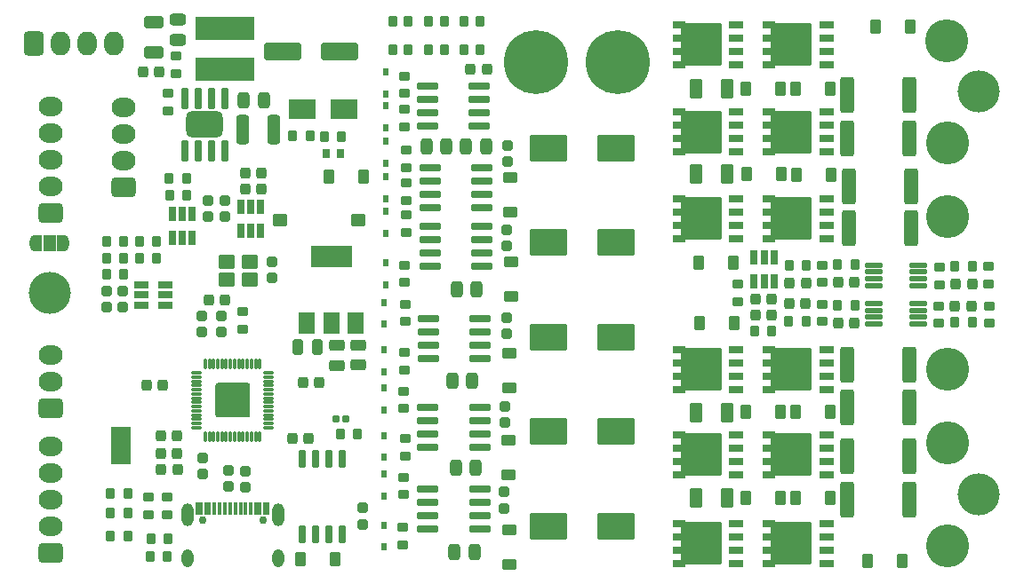
<source format=gts>
G04 #@! TF.GenerationSoftware,KiCad,Pcbnew,6.0.0-rc2*
G04 #@! TF.CreationDate,2022-07-03T09:35:42-07:00*
G04 #@! TF.ProjectId,RP2040_motor-rounded,52503230-3430-45f6-9d6f-746f722d726f,REV1*
G04 #@! TF.SameCoordinates,Original*
G04 #@! TF.FileFunction,Soldermask,Top*
G04 #@! TF.FilePolarity,Negative*
%FSLAX46Y46*%
G04 Gerber Fmt 4.6, Leading zero omitted, Abs format (unit mm)*
G04 Created by KiCad (PCBNEW 6.0.0-rc2) date 2022-07-03 09:35:42*
%MOMM*%
%LPD*%
G01*
G04 APERTURE LIST*
G04 Aperture macros list*
%AMRoundRect*
0 Rectangle with rounded corners*
0 $1 Rounding radius*
0 $2 $3 $4 $5 $6 $7 $8 $9 X,Y pos of 4 corners*
0 Add a 4 corners polygon primitive as box body*
4,1,4,$2,$3,$4,$5,$6,$7,$8,$9,$2,$3,0*
0 Add four circle primitives for the rounded corners*
1,1,$1+$1,$2,$3*
1,1,$1+$1,$4,$5*
1,1,$1+$1,$6,$7*
1,1,$1+$1,$8,$9*
0 Add four rect primitives between the rounded corners*
20,1,$1+$1,$2,$3,$4,$5,0*
20,1,$1+$1,$4,$5,$6,$7,0*
20,1,$1+$1,$6,$7,$8,$9,0*
20,1,$1+$1,$8,$9,$2,$3,0*%
%AMFreePoly0*
4,1,37,0.586062,0.786062,0.601000,0.750000,0.601000,-0.750000,0.586062,-0.786062,0.550000,-0.801000,0.000000,-0.801000,-0.012525,-0.795812,-0.080875,-0.794559,-0.095149,-0.792248,-0.230464,-0.749973,-0.243516,-0.743747,-0.361526,-0.665192,-0.372306,-0.655554,-0.463526,-0.547035,-0.471167,-0.534759,-0.528262,-0.405000,-0.532150,-0.391073,-0.549733,-0.256613,-0.548336,-0.256430,-0.551000,-0.250000,
-0.551000,0.250000,-0.550512,0.251179,-0.550356,0.263956,-0.528545,0.404033,-0.524317,0.417860,-0.464069,0.546185,-0.456130,0.558271,-0.362286,0.664529,-0.351274,0.673901,-0.231379,0.749549,-0.218180,0.755454,-0.081873,0.794411,-0.067546,0.796373,-0.011990,0.796033,0.000000,0.801000,0.550000,0.801000,0.586062,0.786062,0.586062,0.786062,$1*%
%AMFreePoly1*
4,1,37,0.012349,0.795885,0.074216,0.795507,0.088518,0.793370,0.224339,0.752751,0.237465,0.746685,0.356427,0.669578,0.367324,0.660073,0.459862,0.552676,0.467652,0.540494,0.526329,0.411442,0.530388,0.397563,0.550485,0.257230,0.551000,0.250000,0.551000,-0.250000,0.550996,-0.250622,0.550847,-0.262838,0.550144,-0.270677,0.526624,-0.410478,0.522228,-0.424254,0.460416,-0.551833,
0.452330,-0.563821,0.357195,-0.668925,0.346069,-0.678161,0.225259,-0.752338,0.211989,-0.758081,0.075216,-0.795370,0.060866,-0.797157,0.011464,-0.796251,0.000000,-0.801000,-0.550000,-0.801000,-0.586062,-0.786062,-0.601000,-0.750000,-0.601000,0.750000,-0.586062,0.786062,-0.550000,0.801000,0.000000,0.801000,0.012349,0.795885,0.012349,0.795885,$1*%
G04 Aperture macros list end*
%ADD10RoundRect,0.294750X0.243750X0.456250X-0.243750X0.456250X-0.243750X-0.456250X0.243750X-0.456250X0*%
%ADD11RoundRect,0.276000X0.225000X0.250000X-0.225000X0.250000X-0.225000X-0.250000X0.225000X-0.250000X0*%
%ADD12RoundRect,0.276000X-0.250000X0.225000X-0.250000X-0.225000X0.250000X-0.225000X0.250000X0.225000X0*%
%ADD13RoundRect,0.276000X-0.225000X-0.250000X0.225000X-0.250000X0.225000X0.250000X-0.225000X0.250000X0*%
%ADD14RoundRect,0.276000X0.250000X-0.225000X0.250000X0.225000X-0.250000X0.225000X-0.250000X-0.225000X0*%
%ADD15RoundRect,0.198500X0.147500X0.172500X-0.147500X0.172500X-0.147500X-0.172500X0.147500X-0.172500X0*%
%ADD16RoundRect,0.051000X0.750000X-1.000000X0.750000X1.000000X-0.750000X1.000000X-0.750000X-1.000000X0*%
%ADD17RoundRect,0.051000X1.900000X-1.000000X1.900000X1.000000X-1.900000X1.000000X-1.900000X-1.000000X0*%
%ADD18RoundRect,0.201000X-0.150000X0.650000X-0.150000X-0.650000X0.150000X-0.650000X0.150000X0.650000X0*%
%ADD19RoundRect,0.251000X-0.200000X-0.275000X0.200000X-0.275000X0.200000X0.275000X-0.200000X0.275000X0*%
%ADD20RoundRect,0.251000X0.275000X-0.200000X0.275000X0.200000X-0.275000X0.200000X-0.275000X-0.200000X0*%
%ADD21RoundRect,0.294750X-0.456250X0.243750X-0.456250X-0.243750X0.456250X-0.243750X0.456250X0.243750X0*%
%ADD22RoundRect,0.101000X0.387500X0.050000X-0.387500X0.050000X-0.387500X-0.050000X0.387500X-0.050000X0*%
%ADD23RoundRect,0.101000X0.050000X0.387500X-0.050000X0.387500X-0.050000X-0.387500X0.050000X-0.387500X0*%
%ADD24RoundRect,0.195000X1.456000X1.456000X-1.456000X1.456000X-1.456000X-1.456000X1.456000X-1.456000X0*%
%ADD25RoundRect,0.301000X-0.250000X-0.475000X0.250000X-0.475000X0.250000X0.475000X-0.250000X0.475000X0*%
%ADD26C,4.002000*%
%ADD27RoundRect,0.301000X0.845000X-0.620000X0.845000X0.620000X-0.845000X0.620000X-0.845000X-0.620000X0*%
%ADD28O,2.292000X1.842000*%
%ADD29RoundRect,0.201000X-0.150000X0.825000X-0.150000X-0.825000X0.150000X-0.825000X0.150000X0.825000X0*%
%ADD30RoundRect,0.676000X-1.075000X0.625000X-1.075000X-0.625000X1.075000X-0.625000X1.075000X0.625000X0*%
%ADD31RoundRect,0.051000X0.600000X-0.450000X0.600000X0.450000X-0.600000X0.450000X-0.600000X-0.450000X0*%
%ADD32RoundRect,0.301000X1.500000X1.000000X-1.500000X1.000000X-1.500000X-1.000000X1.500000X-1.000000X0*%
%ADD33RoundRect,0.251000X-0.275000X0.200000X-0.275000X-0.200000X0.275000X-0.200000X0.275000X0.200000X0*%
%ADD34RoundRect,0.301000X-1.500000X-0.550000X1.500000X-0.550000X1.500000X0.550000X-1.500000X0.550000X0*%
%ADD35RoundRect,0.051000X0.300000X0.350000X-0.300000X0.350000X-0.300000X-0.350000X0.300000X-0.350000X0*%
%ADD36RoundRect,0.051000X-0.600000X-0.500000X0.600000X-0.500000X0.600000X0.500000X-0.600000X0.500000X0*%
%ADD37RoundRect,0.301000X0.362500X1.425000X-0.362500X1.425000X-0.362500X-1.425000X0.362500X-1.425000X0*%
%ADD38RoundRect,0.251000X0.200000X0.275000X-0.200000X0.275000X-0.200000X-0.275000X0.200000X-0.275000X0*%
%ADD39RoundRect,0.301000X-0.325000X-0.650000X0.325000X-0.650000X0.325000X0.650000X-0.325000X0.650000X0*%
%ADD40RoundRect,0.051000X0.635000X0.305000X-0.635000X0.305000X-0.635000X-0.305000X0.635000X-0.305000X0*%
%ADD41RoundRect,0.051000X0.510000X0.305000X-0.510000X0.305000X-0.510000X-0.305000X0.510000X-0.305000X0*%
%ADD42RoundRect,0.051000X1.905000X1.955000X-1.905000X1.955000X-1.905000X-1.955000X1.905000X-1.955000X0*%
%ADD43RoundRect,0.051000X-0.450000X-0.600000X0.450000X-0.600000X0.450000X0.600000X-0.450000X0.600000X0*%
%ADD44RoundRect,0.051000X-1.250000X-0.900000X1.250000X-0.900000X1.250000X0.900000X-1.250000X0.900000X0*%
%ADD45C,4.102000*%
%ADD46RoundRect,0.201000X0.825000X0.150000X-0.825000X0.150000X-0.825000X-0.150000X0.825000X-0.150000X0*%
%ADD47RoundRect,0.201000X-0.150000X0.512500X-0.150000X-0.512500X0.150000X-0.512500X0.150000X0.512500X0*%
%ADD48C,6.102000*%
%ADD49RoundRect,0.301000X-0.475000X0.250000X-0.475000X-0.250000X0.475000X-0.250000X0.475000X0.250000X0*%
%ADD50RoundRect,0.301000X0.325000X1.100000X-0.325000X1.100000X-0.325000X-1.100000X0.325000X-1.100000X0*%
%ADD51RoundRect,0.051000X-0.225000X0.300000X-0.225000X-0.300000X0.225000X-0.300000X0.225000X0.300000X0*%
%ADD52RoundRect,0.051000X2.750000X-1.075000X2.750000X1.075000X-2.750000X1.075000X-2.750000X-1.075000X0*%
%ADD53RoundRect,0.301000X-0.620000X-0.845000X0.620000X-0.845000X0.620000X0.845000X-0.620000X0.845000X0*%
%ADD54O,1.842000X2.292000*%
%ADD55RoundRect,0.051000X0.450000X0.600000X-0.450000X0.600000X-0.450000X-0.600000X0.450000X-0.600000X0*%
%ADD56RoundRect,0.051000X0.375000X-0.450000X0.375000X0.450000X-0.375000X0.450000X-0.375000X-0.450000X0*%
%ADD57RoundRect,0.301000X0.250000X0.475000X-0.250000X0.475000X-0.250000X-0.475000X0.250000X-0.475000X0*%
%ADD58RoundRect,0.151000X0.712500X0.100000X-0.712500X0.100000X-0.712500X-0.100000X0.712500X-0.100000X0*%
%ADD59RoundRect,0.201000X0.150000X-0.512500X0.150000X0.512500X-0.150000X0.512500X-0.150000X-0.512500X0*%
%ADD60RoundRect,0.051000X-0.700000X-0.600000X0.700000X-0.600000X0.700000X0.600000X-0.700000X0.600000X0*%
%ADD61FreePoly0,0.000000*%
%ADD62RoundRect,0.051000X-0.500000X-0.750000X0.500000X-0.750000X0.500000X0.750000X-0.500000X0.750000X0*%
%ADD63FreePoly1,0.000000*%
%ADD64RoundRect,0.201000X-0.512500X-0.150000X0.512500X-0.150000X0.512500X0.150000X-0.512500X0.150000X0*%
%ADD65RoundRect,0.051000X0.890000X-1.715000X0.890000X1.715000X-0.890000X1.715000X-0.890000X-1.715000X0*%
%ADD66RoundRect,0.301000X0.625000X-0.312500X0.625000X0.312500X-0.625000X0.312500X-0.625000X-0.312500X0*%
%ADD67C,0.752000*%
%ADD68RoundRect,0.051000X-0.150000X-0.575000X0.150000X-0.575000X0.150000X0.575000X-0.150000X0.575000X0*%
%ADD69O,1.102000X2.202000*%
%ADD70O,1.102000X1.702000*%
G04 APERTURE END LIST*
D10*
X99452500Y-100200000D03*
X97577500Y-100200000D03*
D11*
X86140000Y-111890000D03*
X84590000Y-111890000D03*
D12*
X88590000Y-110760000D03*
X88590000Y-112310000D03*
D13*
X98100000Y-103550000D03*
X99650000Y-103550000D03*
D14*
X103770000Y-117070000D03*
X103770000Y-115520000D03*
D15*
X102220000Y-107010000D03*
X101250000Y-107010000D03*
D16*
X98490000Y-97850000D03*
D17*
X100790000Y-91550000D03*
D16*
X100790000Y-97850000D03*
X103090000Y-97850000D03*
D18*
X101830000Y-110860000D03*
X100560000Y-110860000D03*
X99290000Y-110860000D03*
X98020000Y-110860000D03*
X98020000Y-118060000D03*
X99290000Y-118060000D03*
X100560000Y-118060000D03*
X101830000Y-118060000D03*
D11*
X90680000Y-95650000D03*
X89130000Y-95650000D03*
D19*
X101660000Y-108510000D03*
X103310000Y-108510000D03*
D12*
X91040000Y-111910000D03*
X91040000Y-113460000D03*
D11*
X84730000Y-103800000D03*
X83180000Y-103800000D03*
D14*
X90359000Y-98740000D03*
X90359000Y-97190000D03*
D20*
X85190000Y-116160000D03*
X85190000Y-114510000D03*
D14*
X88440000Y-98740000D03*
X88440000Y-97190000D03*
D21*
X103400000Y-100010000D03*
X103400000Y-101885000D03*
D13*
X97100000Y-108900000D03*
X98650000Y-108900000D03*
D11*
X86080000Y-110300000D03*
X84530000Y-110300000D03*
D22*
X94827500Y-107850000D03*
X94827500Y-107450000D03*
X94827500Y-107050000D03*
X94827500Y-106650000D03*
X94827500Y-106250000D03*
X94827500Y-105850000D03*
X94827500Y-105450000D03*
X94827500Y-105050000D03*
X94827500Y-104650000D03*
X94827500Y-104250000D03*
X94827500Y-103850000D03*
X94827500Y-103450000D03*
X94827500Y-103050000D03*
X94827500Y-102650000D03*
D23*
X93990000Y-101812500D03*
X93590000Y-101812500D03*
X93190000Y-101812500D03*
X92790000Y-101812500D03*
X92390000Y-101812500D03*
X91990000Y-101812500D03*
X91590000Y-101812500D03*
X91190000Y-101812500D03*
X90790000Y-101812500D03*
X90390000Y-101812500D03*
X89990000Y-101812500D03*
X89590000Y-101812500D03*
X89190000Y-101812500D03*
X88790000Y-101812500D03*
D22*
X87952500Y-102650000D03*
X87952500Y-103050000D03*
X87952500Y-103450000D03*
X87952500Y-103850000D03*
X87952500Y-104250000D03*
X87952500Y-104650000D03*
X87952500Y-105050000D03*
X87952500Y-105450000D03*
X87952500Y-105850000D03*
X87952500Y-106250000D03*
X87952500Y-106650000D03*
X87952500Y-107050000D03*
X87952500Y-107450000D03*
X87952500Y-107850000D03*
D23*
X88790000Y-108687500D03*
X89190000Y-108687500D03*
X89590000Y-108687500D03*
X89990000Y-108687500D03*
X90390000Y-108687500D03*
X90790000Y-108687500D03*
X91190000Y-108687500D03*
X91590000Y-108687500D03*
X91990000Y-108687500D03*
X92390000Y-108687500D03*
X92790000Y-108687500D03*
X93190000Y-108687500D03*
X93590000Y-108687500D03*
X93990000Y-108687500D03*
D24*
X91390000Y-105250000D03*
D14*
X95150000Y-93600000D03*
X95150000Y-92050000D03*
D20*
X83390000Y-116160000D03*
X83390000Y-114510000D03*
D12*
X92640000Y-112010000D03*
X92640000Y-113560000D03*
D11*
X86080000Y-108650000D03*
X84530000Y-108650000D03*
D20*
X92340000Y-98460000D03*
X92340000Y-96810000D03*
D21*
X101350000Y-100037500D03*
X101350000Y-101912500D03*
D13*
X114065900Y-73680000D03*
X115615900Y-73680000D03*
D25*
X112340900Y-103380000D03*
X114240900Y-103380000D03*
D12*
X90640000Y-86165000D03*
X90640000Y-87715000D03*
D26*
X73950000Y-95000000D03*
D27*
X81050000Y-84960000D03*
D28*
X81050000Y-82420000D03*
X81050000Y-79880000D03*
X81050000Y-77340000D03*
D29*
X90655000Y-76475000D03*
X89385000Y-76475000D03*
X88115000Y-76475000D03*
X86845000Y-76475000D03*
X86845000Y-81425000D03*
X88115000Y-81425000D03*
X89385000Y-81425000D03*
X90655000Y-81425000D03*
D30*
X88750000Y-78950000D03*
D31*
X117750000Y-104050000D03*
X117750000Y-100750000D03*
D32*
X127960000Y-117250000D03*
X121460000Y-117250000D03*
D33*
X107700000Y-112600000D03*
X107700000Y-114250000D03*
D34*
X96165000Y-72020000D03*
X101565000Y-72020000D03*
D35*
X100300000Y-81700000D03*
X101700000Y-81700000D03*
D33*
X139550000Y-94175000D03*
X139550000Y-95825000D03*
D36*
X95950000Y-88050000D03*
X103350000Y-88050000D03*
D37*
X155822500Y-114740000D03*
X149897500Y-114740000D03*
D11*
X150625000Y-97900000D03*
X149075000Y-97900000D03*
X142725000Y-97100000D03*
X141175000Y-97100000D03*
D38*
X150665000Y-92310000D03*
X149015000Y-92310000D03*
D39*
X135525000Y-75500000D03*
X138475000Y-75500000D03*
D40*
X147970000Y-119535000D03*
X147970000Y-120805000D03*
X147970000Y-118265000D03*
X147970000Y-116995000D03*
D41*
X142505000Y-118265000D03*
X142505000Y-119535000D03*
D42*
X144610000Y-118900000D03*
D41*
X142505000Y-120805000D03*
X142505000Y-116995000D03*
D33*
X163420000Y-92495000D03*
X163420000Y-94145000D03*
D12*
X80950000Y-94825000D03*
X80950000Y-96375000D03*
D37*
X156022500Y-84860000D03*
X150097500Y-84860000D03*
D38*
X81025000Y-90100000D03*
X79375000Y-90100000D03*
D20*
X163469100Y-97890000D03*
X163469100Y-96240000D03*
D12*
X117570000Y-80925900D03*
X117570000Y-82475900D03*
D43*
X152610000Y-69570000D03*
X155910000Y-69570000D03*
D38*
X81025000Y-91690000D03*
X79375000Y-91690000D03*
D19*
X83605000Y-118460000D03*
X85255000Y-118460000D03*
D40*
X147970000Y-71964500D03*
X147970000Y-73234500D03*
X147970000Y-70694500D03*
X147970000Y-69424500D03*
D41*
X142505000Y-70694500D03*
X142505000Y-73234500D03*
X142505000Y-69424500D03*
X142505000Y-71964500D03*
D42*
X144610000Y-71329500D03*
D33*
X107869000Y-96090000D03*
X107869000Y-97740000D03*
X107779000Y-77510000D03*
X107779000Y-79160000D03*
D43*
X140281000Y-106375000D03*
X143581000Y-106375000D03*
D38*
X85195000Y-120170000D03*
X83545000Y-120170000D03*
D44*
X97995000Y-77500000D03*
X101995000Y-77500000D03*
D25*
X112730900Y-94700000D03*
X114630900Y-94700000D03*
D45*
X159400000Y-71000000D03*
D46*
X114934100Y-109755000D03*
X114934100Y-108485000D03*
X114934100Y-107215000D03*
X114934100Y-105945000D03*
X109984100Y-105945000D03*
X109984100Y-107215000D03*
X109984100Y-108485000D03*
X109984100Y-109755000D03*
D47*
X87534000Y-87514200D03*
X86584000Y-87514200D03*
X85634000Y-87514200D03*
X85634000Y-89789200D03*
X86584000Y-89789200D03*
X87534000Y-89789200D03*
D48*
X120283060Y-73000000D03*
D32*
X127960000Y-81220000D03*
X121460000Y-81220000D03*
D49*
X86210000Y-68945000D03*
X86210000Y-70845000D03*
D33*
X107779000Y-100690000D03*
X107779000Y-102340000D03*
D50*
X95325000Y-79400000D03*
X92375000Y-79400000D03*
D19*
X82525000Y-91700000D03*
X84175000Y-91700000D03*
D13*
X160206600Y-96245000D03*
X161756600Y-96245000D03*
D51*
X106010000Y-87245000D03*
X106010000Y-89345000D03*
D20*
X158681900Y-97910000D03*
X158681900Y-96260000D03*
D31*
X117750000Y-120950000D03*
X117750000Y-117650000D03*
D13*
X160285000Y-94170000D03*
X161835000Y-94170000D03*
D11*
X150625000Y-93950000D03*
X149075000Y-93950000D03*
D40*
X147970000Y-81575000D03*
X147970000Y-79035000D03*
X147970000Y-80305000D03*
X147970000Y-77765000D03*
D42*
X144610000Y-79670000D03*
D41*
X142505000Y-80305000D03*
X142505000Y-81575000D03*
X142505000Y-77765000D03*
X142505000Y-79035000D03*
D45*
X159500000Y-102250000D03*
D52*
X90705000Y-73645000D03*
X90705000Y-69795000D03*
D53*
X72490000Y-71200000D03*
D54*
X75030000Y-71200000D03*
X77570000Y-71200000D03*
X80110000Y-71200000D03*
D37*
X155822500Y-101880000D03*
X149897500Y-101880000D03*
D20*
X85230000Y-77620000D03*
X85230000Y-75970000D03*
D37*
X155822500Y-76140000D03*
X149897500Y-76140000D03*
D51*
X106010000Y-73920000D03*
X106010000Y-76020000D03*
D20*
X147540000Y-94025000D03*
X147540000Y-92375000D03*
D55*
X103870000Y-83900000D03*
X100570000Y-83900000D03*
D40*
X139380000Y-79035000D03*
X139380000Y-80305000D03*
X139380000Y-81575000D03*
X139380000Y-77765000D03*
D41*
X133915000Y-80305000D03*
X133915000Y-79035000D03*
D42*
X136020000Y-79670000D03*
D41*
X133915000Y-81575000D03*
X133915000Y-77765000D03*
D40*
X139380000Y-87265000D03*
X139380000Y-89805000D03*
X139380000Y-88535000D03*
X139380000Y-85995000D03*
D42*
X136020000Y-87900000D03*
D41*
X133915000Y-88535000D03*
X133915000Y-89805000D03*
X133915000Y-85995000D03*
X133915000Y-87265000D03*
D46*
X114884100Y-79125000D03*
X114884100Y-77855000D03*
X114884100Y-76585000D03*
X114884100Y-75315000D03*
X109934100Y-75315000D03*
X109934100Y-76585000D03*
X109934100Y-77855000D03*
X109934100Y-79125000D03*
D33*
X107769000Y-74310000D03*
X107769000Y-75960000D03*
D14*
X89100000Y-87735000D03*
X89100000Y-86185000D03*
D56*
X113450000Y-71800000D03*
X114950000Y-71800000D03*
X114950000Y-69100000D03*
X113450000Y-69100000D03*
D33*
X107919000Y-81415000D03*
X107919000Y-83065000D03*
D40*
X147970000Y-87265000D03*
X147970000Y-88535000D03*
X147970000Y-89805000D03*
X147970000Y-85995000D03*
D41*
X142505000Y-87265000D03*
X142505000Y-89805000D03*
X142505000Y-88535000D03*
X142505000Y-85995000D03*
D42*
X144610000Y-87900000D03*
D57*
X111759100Y-81000000D03*
X109859100Y-81000000D03*
D13*
X92575000Y-85100000D03*
X94125000Y-85100000D03*
D46*
X115144100Y-92495000D03*
X115144100Y-91225000D03*
X115144100Y-89955000D03*
X115144100Y-88685000D03*
X110194100Y-88685000D03*
X110194100Y-89955000D03*
X110194100Y-91225000D03*
X110194100Y-92495000D03*
D37*
X155822500Y-105920000D03*
X149897500Y-105920000D03*
D46*
X114944100Y-117525000D03*
X114944100Y-116255000D03*
X114944100Y-114985000D03*
X114944100Y-113715000D03*
X109994100Y-113715000D03*
X109994100Y-114985000D03*
X109994100Y-116255000D03*
X109994100Y-117525000D03*
D19*
X100137000Y-80074900D03*
X101787000Y-80074900D03*
D27*
X74100000Y-87400000D03*
D28*
X74100000Y-84860000D03*
X74100000Y-82320000D03*
X74100000Y-79780000D03*
X74100000Y-77240000D03*
D39*
X135575000Y-83700000D03*
X138525000Y-83700000D03*
D46*
X115134100Y-86875000D03*
X115134100Y-85605000D03*
X115134100Y-84335000D03*
X115134100Y-83065000D03*
X110184100Y-83065000D03*
X110184100Y-84335000D03*
X110184100Y-85605000D03*
X110184100Y-86875000D03*
D33*
X107821000Y-108905000D03*
X107821000Y-110555000D03*
D51*
X106010000Y-83920000D03*
X106010000Y-86020000D03*
D19*
X97133900Y-80060000D03*
X98783900Y-80060000D03*
D37*
X155822500Y-110620000D03*
X149897500Y-110620000D03*
D40*
X147970000Y-111085000D03*
X147970000Y-109815000D03*
X147970000Y-112355000D03*
X147970000Y-108545000D03*
D41*
X142505000Y-109815000D03*
X142505000Y-108545000D03*
X142505000Y-112355000D03*
D42*
X144610000Y-110450000D03*
D41*
X142505000Y-111085000D03*
D32*
X127960000Y-108200000D03*
X121460000Y-108200000D03*
D43*
X145021000Y-114585000D03*
X148321000Y-114585000D03*
D27*
X74100000Y-106000000D03*
D28*
X74100000Y-103460000D03*
X74100000Y-100920000D03*
D43*
X145010000Y-106375000D03*
X148310000Y-106375000D03*
D39*
X135525000Y-114600000D03*
X138475000Y-114600000D03*
D33*
X107719000Y-104395000D03*
X107719000Y-106045000D03*
D25*
X112640900Y-111680000D03*
X114540900Y-111680000D03*
D33*
X107900000Y-87570000D03*
X107900000Y-89220000D03*
D55*
X101150000Y-120400000D03*
X97850000Y-120400000D03*
D40*
X139380000Y-73225000D03*
X139380000Y-70685000D03*
X139380000Y-71955000D03*
X139380000Y-69415000D03*
D41*
X133915000Y-71955000D03*
D42*
X136020000Y-71320000D03*
D41*
X133915000Y-73225000D03*
X133915000Y-70685000D03*
X133915000Y-69415000D03*
D51*
X106010000Y-92120000D03*
X106010000Y-94220000D03*
D58*
X156712500Y-97975000D03*
X156712500Y-97325000D03*
X156712500Y-96675000D03*
X156712500Y-96025000D03*
X152487500Y-96025000D03*
X152487500Y-96675000D03*
X152487500Y-97325000D03*
X152487500Y-97975000D03*
D51*
X106010000Y-80570000D03*
X106010000Y-82670000D03*
X105810000Y-95900000D03*
X105810000Y-98000000D03*
D43*
X140381000Y-83695000D03*
X143681000Y-83695000D03*
D19*
X144356900Y-97738000D03*
X146006900Y-97738000D03*
D11*
X146015000Y-94060000D03*
X144465000Y-94060000D03*
D19*
X85385000Y-85700000D03*
X87035000Y-85700000D03*
D46*
X114984100Y-101305000D03*
X114984100Y-100035000D03*
X114984100Y-98765000D03*
X114984100Y-97495000D03*
X110034100Y-97495000D03*
X110034100Y-98765000D03*
X110034100Y-100035000D03*
X110034100Y-101305000D03*
D59*
X141076000Y-93875800D03*
X142026000Y-93875800D03*
X142976000Y-93875800D03*
X142976000Y-91600800D03*
X142026000Y-91600800D03*
X141076000Y-91600800D03*
D40*
X139380000Y-111085000D03*
X139380000Y-112355000D03*
X139380000Y-109815000D03*
X139380000Y-108545000D03*
D41*
X133915000Y-111085000D03*
X133915000Y-108545000D03*
D42*
X136020000Y-110450000D03*
D41*
X133915000Y-109815000D03*
X133915000Y-112355000D03*
D60*
X90850000Y-93750000D03*
X93050000Y-93750000D03*
X93050000Y-92050000D03*
X90850000Y-92050000D03*
D61*
X72660000Y-90250000D03*
D62*
X73960000Y-90250000D03*
D63*
X75260000Y-90250000D03*
D38*
X150675000Y-96230900D03*
X149025000Y-96230900D03*
D33*
X107600000Y-117400000D03*
X107600000Y-119050000D03*
D32*
X127960000Y-99200000D03*
X121460000Y-99200000D03*
D64*
X82684200Y-94266000D03*
X82684200Y-95216000D03*
X82684200Y-96166000D03*
X84959200Y-96166000D03*
X84959200Y-95216000D03*
X84959200Y-94266000D03*
D51*
X106010000Y-77170000D03*
X106010000Y-79270000D03*
D65*
X80800000Y-109600000D03*
D38*
X81415000Y-118200000D03*
X79765000Y-118200000D03*
D58*
X156712500Y-94315000D03*
X156712500Y-93665000D03*
X156712500Y-93015000D03*
X156712500Y-92365000D03*
X152487500Y-92365000D03*
X152487500Y-93015000D03*
X152487500Y-93665000D03*
X152487500Y-94315000D03*
D26*
X162450000Y-75800000D03*
D27*
X74100000Y-119850000D03*
D28*
X74100000Y-117310000D03*
X74100000Y-114770000D03*
X74100000Y-112230000D03*
X74100000Y-109690000D03*
D56*
X110050000Y-71800000D03*
X111550000Y-71800000D03*
X111550000Y-69100000D03*
X110050000Y-69100000D03*
D33*
X107800000Y-92370000D03*
X107800000Y-94020000D03*
D11*
X145943400Y-96025000D03*
X144393400Y-96025000D03*
D31*
X117850000Y-87320000D03*
X117850000Y-84020000D03*
D40*
X139380000Y-118265000D03*
X139380000Y-120805000D03*
X139380000Y-119535000D03*
X139380000Y-116995000D03*
D41*
X133915000Y-116995000D03*
X133915000Y-119535000D03*
X133915000Y-120805000D03*
X133915000Y-118265000D03*
D42*
X136020000Y-118900000D03*
D43*
X135810000Y-92155000D03*
X139110000Y-92155000D03*
X140281000Y-114585000D03*
X143581000Y-114585000D03*
D12*
X117270000Y-114005900D03*
X117270000Y-115555900D03*
D45*
X159500000Y-87750000D03*
D20*
X158740000Y-94205000D03*
X158740000Y-92555000D03*
D12*
X117470000Y-88975900D03*
X117470000Y-90525900D03*
D38*
X161843100Y-97842000D03*
X160193100Y-97842000D03*
D43*
X140310000Y-75495000D03*
X143610000Y-75495000D03*
X145021000Y-75495000D03*
X148321000Y-75495000D03*
X135860000Y-97850000D03*
X139160000Y-97850000D03*
D11*
X94125000Y-83540000D03*
X92575000Y-83540000D03*
D51*
X105810000Y-112275000D03*
X105810000Y-114375000D03*
D43*
X151921000Y-120535000D03*
X155221000Y-120535000D03*
D40*
X147970000Y-104214500D03*
X147970000Y-101674500D03*
X147970000Y-102944500D03*
X147970000Y-100404500D03*
D41*
X142505000Y-104214500D03*
X142505000Y-101674500D03*
D42*
X144610000Y-102309500D03*
D41*
X142505000Y-100404500D03*
X142505000Y-102944500D03*
D40*
X139380000Y-102935000D03*
X139380000Y-104205000D03*
X139380000Y-101665000D03*
X139380000Y-100395000D03*
D41*
X133915000Y-104205000D03*
D42*
X136020000Y-102300000D03*
D41*
X133915000Y-100395000D03*
X133915000Y-102935000D03*
X133915000Y-101665000D03*
D14*
X79410000Y-96375000D03*
X79410000Y-94825000D03*
D38*
X81025000Y-93250000D03*
X79375000Y-93250000D03*
D20*
X147540000Y-97740000D03*
X147540000Y-96090000D03*
D56*
X106650000Y-71800000D03*
X108150000Y-71800000D03*
X108150000Y-69100000D03*
X106650000Y-69100000D03*
D37*
X155822500Y-80240000D03*
X149897500Y-80240000D03*
D47*
X94074000Y-86834200D03*
X93124000Y-86834200D03*
X92174000Y-86834200D03*
X92174000Y-89109200D03*
X93124000Y-89109200D03*
X94074000Y-89109200D03*
D19*
X85365000Y-84100000D03*
X87015000Y-84100000D03*
D37*
X156022500Y-88800000D03*
X150097500Y-88800000D03*
D45*
X159500000Y-119100000D03*
D51*
X105810000Y-104050000D03*
X105810000Y-106150000D03*
X105810000Y-100450000D03*
X105810000Y-102550000D03*
D45*
X159500000Y-80700000D03*
D33*
X107921000Y-84525000D03*
X107921000Y-86175000D03*
D26*
X162450000Y-114200000D03*
D25*
X112530900Y-119730000D03*
X114430900Y-119730000D03*
D31*
X117650000Y-112400000D03*
X117650000Y-109100000D03*
D38*
X81425000Y-114100000D03*
X79775000Y-114100000D03*
D12*
X117370000Y-105805900D03*
X117370000Y-107355900D03*
D45*
X159500000Y-109300000D03*
D38*
X81425000Y-115990000D03*
X79775000Y-115990000D03*
D32*
X127960000Y-90170000D03*
X121460000Y-90170000D03*
D51*
X105810000Y-117150000D03*
X105810000Y-119250000D03*
D13*
X141185000Y-95560000D03*
X142735000Y-95560000D03*
D38*
X161865000Y-92500000D03*
X160215000Y-92500000D03*
D66*
X83880000Y-72067500D03*
X83880000Y-69142500D03*
D51*
X105810000Y-108600000D03*
X105810000Y-110700000D03*
D39*
X135525000Y-106400000D03*
X138475000Y-106400000D03*
D25*
X113640900Y-81050000D03*
X115540900Y-81050000D03*
D31*
X117950000Y-95370000D03*
X117950000Y-92070000D03*
D57*
X94355000Y-76620000D03*
X92455000Y-76620000D03*
D43*
X145121000Y-83705000D03*
X148421000Y-83705000D03*
D20*
X86030000Y-74060000D03*
X86030000Y-72410000D03*
D12*
X117520000Y-97345900D03*
X117520000Y-98895900D03*
D38*
X84175000Y-90100000D03*
X82525000Y-90100000D03*
D13*
X82885000Y-73890000D03*
X84435000Y-73890000D03*
D67*
X94290000Y-116645000D03*
X88510000Y-116645000D03*
D68*
X88050000Y-115580000D03*
X88850000Y-115580000D03*
X90150000Y-115580000D03*
X91150000Y-115580000D03*
X91650000Y-115580000D03*
X92650000Y-115580000D03*
X93950000Y-115580000D03*
X94750000Y-115580000D03*
X94450000Y-115580000D03*
X93650000Y-115580000D03*
X93150000Y-115580000D03*
X92150000Y-115580000D03*
X90650000Y-115580000D03*
X89650000Y-115580000D03*
X89150000Y-115580000D03*
X88350000Y-115580000D03*
D69*
X95720000Y-116145000D03*
X87080000Y-116145000D03*
D70*
X87080000Y-120325000D03*
X95720000Y-120325000D03*
D19*
X144425000Y-92400000D03*
X146075000Y-92400000D03*
D48*
X128100000Y-73000000D03*
D19*
X141115000Y-98640000D03*
X142765000Y-98640000D03*
M02*

</source>
